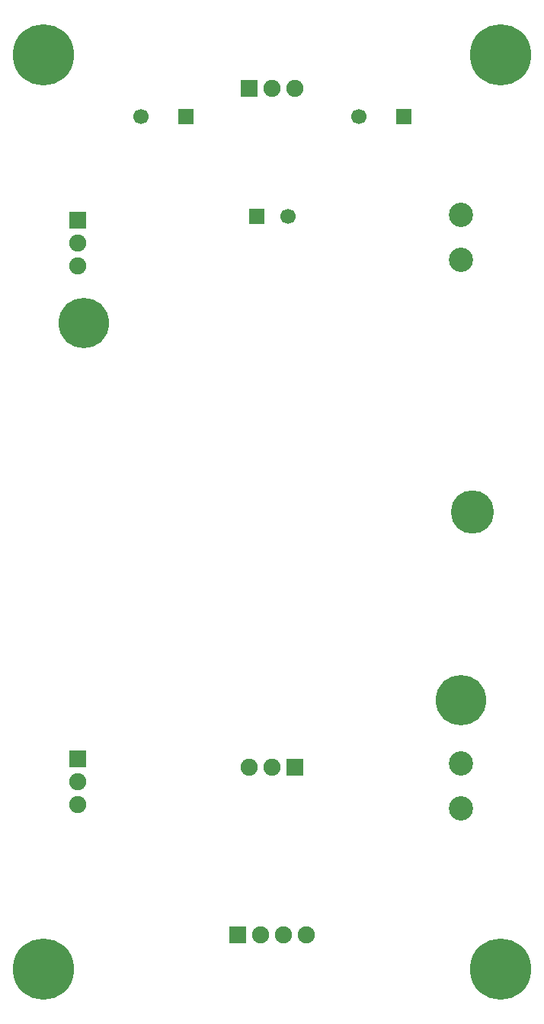
<source format=gbr>
G04 #@! TF.FileFunction,Soldermask,Bot*
%FSLAX46Y46*%
G04 Gerber Fmt 4.6, Leading zero omitted, Abs format (unit mm)*
G04 Created by KiCad (PCBNEW 4.0.5) date 07/16/18 17:30:08*
%MOMM*%
%LPD*%
G01*
G04 APERTURE LIST*
%ADD10C,0.100000*%
%ADD11C,5.600000*%
%ADD12C,6.800000*%
%ADD13C,1.700000*%
%ADD14R,1.700000X1.700000*%
%ADD15R,1.900000X1.900000*%
%ADD16C,1.900000*%
%ADD17C,2.700000*%
%ADD18O,1.900000X1.900000*%
%ADD19C,4.800000*%
G04 APERTURE END LIST*
D10*
D11*
X120015000Y-104775000D03*
X78105000Y-62865000D03*
D12*
X124460000Y-33020000D03*
X73660000Y-33020000D03*
X73660000Y-134620000D03*
X124460000Y-134620000D03*
D13*
X100860000Y-51000000D03*
D14*
X97360000Y-51000000D03*
D15*
X77470000Y-111250000D03*
D16*
X77470000Y-113790000D03*
X77470000Y-116330000D03*
D15*
X77470000Y-51435000D03*
D16*
X77470000Y-53975000D03*
X77470000Y-56515000D03*
D15*
X96520000Y-36770000D03*
D16*
X99060000Y-36770000D03*
X101600000Y-36770000D03*
D17*
X120015000Y-116800000D03*
X120015000Y-111800000D03*
X120015000Y-55840000D03*
X120015000Y-50840000D03*
D15*
X101600000Y-112220000D03*
D16*
X99060000Y-112220000D03*
X96520000Y-112220000D03*
D15*
X95250000Y-130820000D03*
D18*
X97790000Y-130820000D03*
X100330000Y-130820000D03*
X102870000Y-130820000D03*
D14*
X113660000Y-39920000D03*
D13*
X108660000Y-39920000D03*
D14*
X89460000Y-39920000D03*
D13*
X84460000Y-39920000D03*
D19*
X121285000Y-83820000D03*
M02*

</source>
